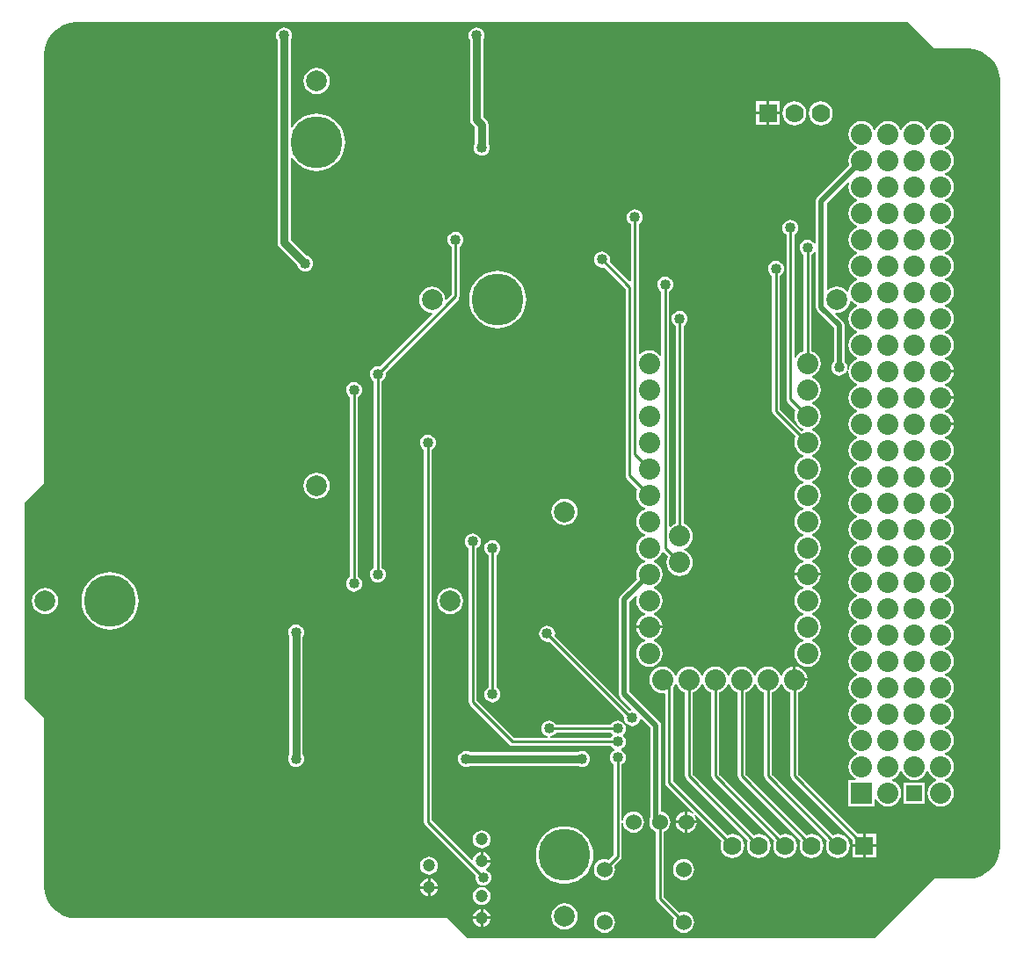
<source format=gbl>
G04 Layer_Physical_Order=2*
G04 Layer_Color=16711680*
%FSLAX25Y25*%
%MOIN*%
G70*
G01*
G75*
%ADD18C,0.01000*%
%ADD19C,0.03000*%
%ADD21C,0.02000*%
%ADD25C,0.06000*%
%ADD26C,0.07000*%
%ADD27R,0.07000X0.07000*%
%ADD28C,0.04724*%
%ADD29C,0.08000*%
%ADD30R,0.08000X0.08000*%
%ADD31R,0.06000X0.06000*%
%ADD32C,0.19685*%
%ADD33C,0.07874*%
%ADD34C,0.04000*%
%ADD35C,0.25000*%
%ADD36C,0.18000*%
G36*
X345000Y337500D02*
X358319D01*
X359944Y337286D01*
X361527Y336862D01*
X363040Y336235D01*
X364459Y335416D01*
X365759Y334418D01*
X366918Y333260D01*
X367916Y331960D01*
X368735Y330540D01*
X369362Y329027D01*
X369786Y327444D01*
X370000Y325819D01*
Y325000D01*
Y35000D01*
Y34181D01*
X369786Y32556D01*
X369362Y30973D01*
X368735Y29460D01*
X367916Y28041D01*
X366918Y26741D01*
X365759Y25582D01*
X364459Y24584D01*
X363040Y23765D01*
X361527Y23138D01*
X359944Y22714D01*
X358319Y22500D01*
X345000D01*
X322500Y0D01*
X167800D01*
X160300Y7500D01*
X19181D01*
X17556Y7714D01*
X15973Y8138D01*
X14459Y8765D01*
X13040Y9584D01*
X11740Y10582D01*
X10582Y11740D01*
X9584Y13040D01*
X8765Y14459D01*
X8138Y15973D01*
X7714Y17556D01*
X7500Y19181D01*
Y20000D01*
Y83400D01*
X0Y90900D01*
Y165000D01*
X7500Y172500D01*
Y335000D01*
Y335819D01*
X7714Y337444D01*
X8138Y339027D01*
X8765Y340541D01*
X9584Y341960D01*
X10582Y343260D01*
X11740Y344418D01*
X13040Y345416D01*
X14459Y346235D01*
X15973Y346862D01*
X17556Y347286D01*
X19181Y347500D01*
X335000D01*
X345000Y337500D01*
D02*
G37*
%LPC*%
G36*
X110827Y330176D02*
X109538Y330007D01*
X108337Y329509D01*
X107306Y328718D01*
X106514Y327687D01*
X106017Y326486D01*
X105847Y325197D01*
X106017Y323908D01*
X106514Y322707D01*
X107306Y321676D01*
X108337Y320884D01*
X109538Y320387D01*
X110827Y320217D01*
X112116Y320387D01*
X113317Y320884D01*
X114348Y321676D01*
X115139Y322707D01*
X115637Y323908D01*
X115806Y325197D01*
X115637Y326486D01*
X115139Y327687D01*
X114348Y328718D01*
X113317Y329509D01*
X112116Y330007D01*
X110827Y330176D01*
D02*
G37*
G36*
X286500Y317500D02*
X282500D01*
Y313500D01*
X286500D01*
Y317500D01*
D02*
G37*
G36*
X281500D02*
X277500D01*
Y313500D01*
X281500D01*
Y317500D01*
D02*
G37*
G36*
X286500Y312500D02*
X282500D01*
Y308500D01*
X286500D01*
Y312500D01*
D02*
G37*
G36*
X281500D02*
X277500D01*
Y308500D01*
X281500D01*
Y312500D01*
D02*
G37*
G36*
X302000Y317539D02*
X300825Y317384D01*
X299731Y316931D01*
X298791Y316210D01*
X298069Y315269D01*
X297616Y314175D01*
X297461Y313000D01*
X297616Y311825D01*
X298069Y310731D01*
X298791Y309791D01*
X299731Y309069D01*
X300825Y308616D01*
X302000Y308461D01*
X303175Y308616D01*
X304269Y309069D01*
X305209Y309791D01*
X305931Y310731D01*
X306384Y311825D01*
X306539Y313000D01*
X306384Y314175D01*
X305931Y315269D01*
X305209Y316210D01*
X304269Y316931D01*
X303175Y317384D01*
X302000Y317539D01*
D02*
G37*
G36*
X292000Y317539D02*
X290825Y317384D01*
X289731Y316931D01*
X288791Y316210D01*
X288069Y315269D01*
X287616Y314175D01*
X287461Y313000D01*
X287616Y311825D01*
X288069Y310731D01*
X288791Y309791D01*
X289731Y309069D01*
X290825Y308616D01*
X292000Y308461D01*
X293175Y308616D01*
X294269Y309069D01*
X295210Y309791D01*
X295931Y310731D01*
X296384Y311825D01*
X296539Y313000D01*
X296384Y314175D01*
X295931Y315269D01*
X295210Y316210D01*
X294269Y316931D01*
X293175Y317384D01*
X292000Y317539D01*
D02*
G37*
G36*
X347500Y310043D02*
X346195Y309871D01*
X344978Y309367D01*
X343934Y308566D01*
X343132Y307522D01*
X342771Y306648D01*
X342229D01*
X341867Y307522D01*
X341066Y308566D01*
X340022Y309367D01*
X338805Y309871D01*
X337500Y310043D01*
X336195Y309871D01*
X334978Y309367D01*
X333934Y308566D01*
X333133Y307522D01*
X332771Y306648D01*
X332229D01*
X331868Y307522D01*
X331066Y308566D01*
X330022Y309367D01*
X328805Y309871D01*
X327500Y310043D01*
X326195Y309871D01*
X324978Y309367D01*
X323934Y308566D01*
X323132Y307522D01*
X322771Y306648D01*
X322229D01*
X321867Y307522D01*
X321066Y308566D01*
X320022Y309367D01*
X318805Y309871D01*
X317500Y310043D01*
X316195Y309871D01*
X314978Y309367D01*
X313934Y308566D01*
X313133Y307522D01*
X312629Y306305D01*
X312457Y305000D01*
X312629Y303695D01*
X313133Y302478D01*
X313934Y301434D01*
X314978Y300633D01*
X315852Y300271D01*
Y299729D01*
X314978Y299367D01*
X313934Y298566D01*
X313133Y297522D01*
X312629Y296305D01*
X312457Y295000D01*
X312629Y293695D01*
X312828Y293212D01*
X300771Y281154D01*
X300329Y280493D01*
X300173Y279713D01*
Y263485D01*
X299673Y263385D01*
X299621Y263513D01*
X299140Y264140D01*
X298513Y264620D01*
X297783Y264923D01*
X297000Y265026D01*
X296217Y264923D01*
X295487Y264620D01*
X294860Y264140D01*
X294379Y263513D01*
X294077Y262783D01*
X293974Y262000D01*
X294077Y261217D01*
X294379Y260487D01*
X294860Y259860D01*
X295471Y259392D01*
Y222779D01*
X294478Y222368D01*
X293434Y221566D01*
X292633Y220522D01*
X292529Y220273D01*
X292029Y220372D01*
Y266892D01*
X292640Y267360D01*
X293121Y267987D01*
X293423Y268717D01*
X293526Y269500D01*
X293423Y270283D01*
X293121Y271013D01*
X292640Y271640D01*
X292013Y272120D01*
X291283Y272423D01*
X290500Y272526D01*
X289717Y272423D01*
X288987Y272120D01*
X288360Y271640D01*
X287879Y271013D01*
X287577Y270283D01*
X287474Y269500D01*
X287577Y268717D01*
X287879Y267987D01*
X288360Y267360D01*
X288971Y266892D01*
Y204500D01*
X289087Y203915D01*
X289419Y203419D01*
X292540Y200297D01*
X292129Y199305D01*
X291957Y198000D01*
X292129Y196695D01*
X292633Y195478D01*
X293434Y194434D01*
X294478Y193632D01*
X295352Y193271D01*
Y192729D01*
X294703Y192460D01*
X286529Y200634D01*
Y251392D01*
X287140Y251860D01*
X287620Y252487D01*
X287923Y253217D01*
X288026Y254000D01*
X287923Y254783D01*
X287620Y255513D01*
X287140Y256140D01*
X286513Y256621D01*
X285783Y256923D01*
X285000Y257026D01*
X284217Y256923D01*
X283487Y256621D01*
X282860Y256140D01*
X282380Y255513D01*
X282077Y254783D01*
X281974Y254000D01*
X282077Y253217D01*
X282380Y252487D01*
X282860Y251860D01*
X283471Y251392D01*
Y200000D01*
X283587Y199415D01*
X283919Y198919D01*
X292540Y190297D01*
X292129Y189305D01*
X291957Y188000D01*
X292129Y186695D01*
X292633Y185478D01*
X293434Y184434D01*
X294478Y183633D01*
X295352Y183271D01*
Y182729D01*
X294478Y182368D01*
X293434Y181566D01*
X292633Y180522D01*
X292129Y179305D01*
X291957Y178000D01*
X292129Y176695D01*
X292633Y175478D01*
X293434Y174434D01*
X294478Y173633D01*
X295352Y173271D01*
Y172729D01*
X294478Y172368D01*
X293434Y171566D01*
X292633Y170522D01*
X292129Y169305D01*
X291957Y168000D01*
X292129Y166695D01*
X292633Y165478D01*
X293434Y164434D01*
X294478Y163633D01*
X295352Y163271D01*
Y162729D01*
X294478Y162367D01*
X293434Y161566D01*
X292633Y160522D01*
X292129Y159305D01*
X291957Y158000D01*
X292129Y156695D01*
X292633Y155478D01*
X293434Y154434D01*
X294478Y153632D01*
X295352Y153271D01*
Y152729D01*
X294478Y152367D01*
X293434Y151566D01*
X292633Y150522D01*
X292129Y149305D01*
X291957Y148000D01*
X292129Y146695D01*
X292633Y145478D01*
X293434Y144434D01*
X294478Y143632D01*
X295352Y143271D01*
Y142729D01*
X294478Y142367D01*
X293434Y141566D01*
X292633Y140522D01*
X292129Y139305D01*
X292023Y138500D01*
X297000D01*
X301977D01*
X301871Y139305D01*
X301367Y140522D01*
X300566Y141566D01*
X299522Y142367D01*
X298648Y142729D01*
Y143271D01*
X299522Y143632D01*
X300566Y144434D01*
X301367Y145478D01*
X301871Y146695D01*
X302043Y148000D01*
X301871Y149305D01*
X301367Y150522D01*
X300566Y151566D01*
X299522Y152367D01*
X298648Y152729D01*
Y153271D01*
X299522Y153632D01*
X300566Y154434D01*
X301367Y155478D01*
X301871Y156695D01*
X302043Y158000D01*
X301871Y159305D01*
X301367Y160522D01*
X300566Y161566D01*
X299522Y162367D01*
X298648Y162729D01*
Y163271D01*
X299522Y163633D01*
X300566Y164434D01*
X301367Y165478D01*
X301871Y166695D01*
X302043Y168000D01*
X301871Y169305D01*
X301367Y170522D01*
X300566Y171566D01*
X299522Y172368D01*
X298648Y172729D01*
Y173271D01*
X299522Y173633D01*
X300566Y174434D01*
X301367Y175478D01*
X301871Y176695D01*
X302043Y178000D01*
X301871Y179305D01*
X301367Y180522D01*
X300566Y181566D01*
X299522Y182368D01*
X298648Y182729D01*
Y183271D01*
X299522Y183633D01*
X300566Y184434D01*
X301367Y185478D01*
X301871Y186695D01*
X302043Y188000D01*
X301871Y189305D01*
X301367Y190522D01*
X300566Y191566D01*
X299522Y192367D01*
X298648Y192729D01*
Y193271D01*
X299522Y193632D01*
X300566Y194434D01*
X301367Y195478D01*
X301871Y196695D01*
X302043Y198000D01*
X301871Y199305D01*
X301367Y200522D01*
X300566Y201566D01*
X299522Y202367D01*
X298648Y202729D01*
Y203271D01*
X299522Y203632D01*
X300566Y204434D01*
X301367Y205478D01*
X301871Y206695D01*
X302043Y208000D01*
X301871Y209305D01*
X301367Y210522D01*
X300566Y211566D01*
X299522Y212368D01*
X298648Y212729D01*
Y213271D01*
X299522Y213632D01*
X300566Y214434D01*
X301367Y215478D01*
X301871Y216695D01*
X302043Y218000D01*
X301871Y219305D01*
X301367Y220522D01*
X300566Y221566D01*
X299522Y222368D01*
X298529Y222779D01*
Y259392D01*
X299140Y259860D01*
X299621Y260487D01*
X299673Y260615D01*
X300173Y260515D01*
Y239287D01*
X300329Y238507D01*
X300771Y237845D01*
X306961Y231655D01*
Y218717D01*
X306860Y218640D01*
X306380Y218013D01*
X306077Y217283D01*
X305974Y216500D01*
X306077Y215717D01*
X306380Y214987D01*
X306860Y214360D01*
X307487Y213879D01*
X308217Y213577D01*
X309000Y213474D01*
X309783Y213577D01*
X310513Y213879D01*
X311140Y214360D01*
X311620Y214987D01*
X311923Y215717D01*
X312026Y216500D01*
X311923Y217283D01*
X311620Y218013D01*
X311140Y218640D01*
X311039Y218717D01*
Y232500D01*
X310884Y233280D01*
X310442Y233942D01*
X307468Y236916D01*
X307689Y237365D01*
X308150Y237304D01*
X309438Y237474D01*
X310639Y237971D01*
X311671Y238762D01*
X312462Y239794D01*
X312960Y240995D01*
X313059Y241753D01*
X313582Y241893D01*
X313934Y241434D01*
X314978Y240633D01*
X315852Y240271D01*
Y239729D01*
X314978Y239368D01*
X313934Y238566D01*
X313133Y237522D01*
X312629Y236305D01*
X312457Y235000D01*
X312629Y233695D01*
X313133Y232478D01*
X313934Y231434D01*
X314978Y230632D01*
X315852Y230271D01*
Y229729D01*
X314978Y229367D01*
X313934Y228566D01*
X313133Y227522D01*
X312629Y226305D01*
X312457Y225000D01*
X312629Y223695D01*
X313133Y222478D01*
X313934Y221434D01*
X314978Y220633D01*
X315852Y220271D01*
Y219729D01*
X314978Y219368D01*
X313934Y218566D01*
X313133Y217522D01*
X312629Y216305D01*
X312457Y215000D01*
X312629Y213695D01*
X313133Y212478D01*
X313934Y211434D01*
X314978Y210632D01*
X315852Y210271D01*
Y209729D01*
X314978Y209367D01*
X313934Y208566D01*
X313133Y207522D01*
X312629Y206305D01*
X312457Y205000D01*
X312629Y203695D01*
X313133Y202478D01*
X313934Y201434D01*
X314978Y200633D01*
X315852Y200271D01*
Y199729D01*
X314978Y199367D01*
X313934Y198566D01*
X313133Y197522D01*
X312629Y196305D01*
X312457Y195000D01*
X312629Y193695D01*
X313133Y192478D01*
X313934Y191434D01*
X314978Y190632D01*
X315852Y190271D01*
Y189729D01*
X314978Y189367D01*
X313934Y188566D01*
X313133Y187522D01*
X312629Y186305D01*
X312457Y185000D01*
X312629Y183695D01*
X313133Y182478D01*
X313934Y181434D01*
X314978Y180632D01*
X315852Y180271D01*
Y179729D01*
X314978Y179367D01*
X313934Y178566D01*
X313133Y177522D01*
X312629Y176305D01*
X312457Y175000D01*
X312629Y173695D01*
X313133Y172478D01*
X313934Y171434D01*
X314978Y170633D01*
X315852Y170271D01*
Y169729D01*
X314978Y169368D01*
X313934Y168566D01*
X313133Y167522D01*
X312629Y166305D01*
X312457Y165000D01*
X312629Y163695D01*
X313133Y162478D01*
X313934Y161434D01*
X314978Y160633D01*
X315852Y160271D01*
Y159729D01*
X314978Y159368D01*
X313934Y158566D01*
X313133Y157522D01*
X312629Y156305D01*
X312457Y155000D01*
X312629Y153695D01*
X313133Y152478D01*
X313934Y151434D01*
X314978Y150633D01*
X315852Y150271D01*
Y149729D01*
X314978Y149367D01*
X313934Y148566D01*
X313133Y147522D01*
X312629Y146305D01*
X312457Y145000D01*
X312629Y143695D01*
X313133Y142478D01*
X313934Y141434D01*
X314978Y140632D01*
X315852Y140271D01*
Y139729D01*
X314978Y139367D01*
X313934Y138566D01*
X313133Y137522D01*
X312629Y136305D01*
X312457Y135000D01*
X312629Y133695D01*
X313133Y132478D01*
X313934Y131434D01*
X314978Y130632D01*
X315852Y130271D01*
Y129729D01*
X314978Y129367D01*
X313934Y128566D01*
X313133Y127522D01*
X312629Y126305D01*
X312457Y125000D01*
X312629Y123695D01*
X313133Y122478D01*
X313934Y121434D01*
X314978Y120633D01*
X315852Y120271D01*
Y119729D01*
X314978Y119368D01*
X313934Y118566D01*
X313133Y117522D01*
X312629Y116305D01*
X312457Y115000D01*
X312629Y113695D01*
X313133Y112478D01*
X313934Y111434D01*
X314978Y110633D01*
X315852Y110271D01*
Y109729D01*
X314978Y109368D01*
X313934Y108566D01*
X313133Y107522D01*
X312629Y106305D01*
X312457Y105000D01*
X312629Y103695D01*
X313133Y102478D01*
X313934Y101434D01*
X314978Y100633D01*
X315852Y100271D01*
Y99729D01*
X314978Y99367D01*
X313934Y98566D01*
X313133Y97522D01*
X312629Y96305D01*
X312457Y95000D01*
X312629Y93695D01*
X313133Y92478D01*
X313934Y91434D01*
X314978Y90632D01*
X315852Y90271D01*
Y89729D01*
X314978Y89368D01*
X313934Y88566D01*
X313133Y87522D01*
X312629Y86305D01*
X312457Y85000D01*
X312629Y83695D01*
X313133Y82478D01*
X313934Y81434D01*
X314978Y80633D01*
X315852Y80271D01*
Y79729D01*
X314978Y79368D01*
X313934Y78566D01*
X313133Y77522D01*
X312629Y76305D01*
X312457Y75000D01*
X312629Y73695D01*
X313133Y72478D01*
X313934Y71434D01*
X314978Y70632D01*
X315852Y70271D01*
Y69729D01*
X314978Y69367D01*
X313934Y68566D01*
X313133Y67522D01*
X312629Y66305D01*
X312457Y65000D01*
X312629Y63695D01*
X313133Y62478D01*
X313934Y61434D01*
X314978Y60632D01*
X315298Y60500D01*
X315199Y60000D01*
X312500D01*
Y50000D01*
X322500D01*
Y52699D01*
X323000Y52798D01*
X323132Y52478D01*
X323934Y51434D01*
X324978Y50633D01*
X326195Y50129D01*
X327500Y49957D01*
X328805Y50129D01*
X330022Y50633D01*
X331066Y51434D01*
X331868Y52478D01*
X332371Y53695D01*
X332543Y55000D01*
X332371Y56305D01*
X331868Y57522D01*
X331066Y58566D01*
X330022Y59368D01*
X329148Y59729D01*
Y60271D01*
X330022Y60632D01*
X331066Y61434D01*
X331868Y62478D01*
X332229Y63352D01*
X332771D01*
X333133Y62478D01*
X333934Y61434D01*
X334978Y60632D01*
X336195Y60129D01*
X337500Y59957D01*
X338805Y60129D01*
X340022Y60632D01*
X341066Y61434D01*
X341867Y62478D01*
X342229Y63352D01*
X342771D01*
X343132Y62478D01*
X343934Y61434D01*
X344978Y60632D01*
X345852Y60271D01*
Y59729D01*
X344978Y59368D01*
X343934Y58566D01*
X343132Y57522D01*
X342629Y56305D01*
X342457Y55000D01*
X342629Y53695D01*
X343132Y52478D01*
X343934Y51434D01*
X344978Y50633D01*
X346195Y50129D01*
X347500Y49957D01*
X348805Y50129D01*
X350022Y50633D01*
X351066Y51434D01*
X351868Y52478D01*
X352371Y53695D01*
X352543Y55000D01*
X352371Y56305D01*
X351868Y57522D01*
X351066Y58566D01*
X350022Y59368D01*
X349148Y59729D01*
Y60271D01*
X350022Y60632D01*
X351066Y61434D01*
X351868Y62478D01*
X352371Y63695D01*
X352543Y65000D01*
X352371Y66305D01*
X351868Y67522D01*
X351066Y68566D01*
X350022Y69367D01*
X349148Y69729D01*
Y70271D01*
X350022Y70632D01*
X351066Y71434D01*
X351868Y72478D01*
X352371Y73695D01*
X352543Y75000D01*
X352371Y76305D01*
X351868Y77522D01*
X351066Y78566D01*
X350022Y79368D01*
X349148Y79729D01*
Y80271D01*
X350022Y80633D01*
X351066Y81434D01*
X351868Y82478D01*
X352371Y83695D01*
X352543Y85000D01*
X352371Y86305D01*
X351868Y87522D01*
X351066Y88566D01*
X350022Y89368D01*
X349148Y89729D01*
Y90271D01*
X350022Y90632D01*
X351066Y91434D01*
X351868Y92478D01*
X352371Y93695D01*
X352543Y95000D01*
X352371Y96305D01*
X351868Y97522D01*
X351066Y98566D01*
X350022Y99367D01*
X349148Y99729D01*
Y100271D01*
X350022Y100633D01*
X351066Y101434D01*
X351868Y102478D01*
X352371Y103695D01*
X352543Y105000D01*
X352371Y106305D01*
X351868Y107522D01*
X351066Y108566D01*
X350022Y109368D01*
X349148Y109729D01*
Y110271D01*
X350022Y110633D01*
X351066Y111434D01*
X351868Y112478D01*
X352371Y113695D01*
X352543Y115000D01*
X352371Y116305D01*
X351868Y117522D01*
X351066Y118566D01*
X350022Y119368D01*
X349148Y119729D01*
Y120271D01*
X350022Y120633D01*
X351066Y121434D01*
X351868Y122478D01*
X352371Y123695D01*
X352543Y125000D01*
X352371Y126305D01*
X351868Y127522D01*
X351066Y128566D01*
X350022Y129367D01*
X349148Y129729D01*
Y130271D01*
X350022Y130632D01*
X351066Y131434D01*
X351868Y132478D01*
X352371Y133695D01*
X352543Y135000D01*
X352371Y136305D01*
X351868Y137522D01*
X351066Y138566D01*
X350022Y139367D01*
X349148Y139729D01*
Y140271D01*
X350022Y140632D01*
X351066Y141434D01*
X351868Y142478D01*
X352371Y143695D01*
X352543Y145000D01*
X352371Y146305D01*
X351868Y147522D01*
X351066Y148566D01*
X350022Y149367D01*
X349148Y149729D01*
Y150271D01*
X350022Y150633D01*
X351066Y151434D01*
X351868Y152478D01*
X352371Y153695D01*
X352543Y155000D01*
X352371Y156305D01*
X351868Y157522D01*
X351066Y158566D01*
X350022Y159368D01*
X349148Y159729D01*
Y160271D01*
X350022Y160633D01*
X351066Y161434D01*
X351868Y162478D01*
X352371Y163695D01*
X352543Y165000D01*
X352371Y166305D01*
X351868Y167522D01*
X351066Y168566D01*
X350022Y169368D01*
X349148Y169729D01*
Y170271D01*
X350022Y170633D01*
X351066Y171434D01*
X351868Y172478D01*
X352371Y173695D01*
X352543Y175000D01*
X352371Y176305D01*
X351868Y177522D01*
X351066Y178566D01*
X350022Y179367D01*
X349148Y179729D01*
Y180271D01*
X350022Y180632D01*
X351066Y181434D01*
X351868Y182478D01*
X352371Y183695D01*
X352543Y185000D01*
X352371Y186305D01*
X351868Y187522D01*
X351066Y188566D01*
X350022Y189367D01*
X349148Y189729D01*
Y190271D01*
X350022Y190632D01*
X351066Y191434D01*
X351868Y192478D01*
X352371Y193695D01*
X352477Y194500D01*
X347500D01*
Y195500D01*
X352477D01*
X352371Y196305D01*
X351868Y197522D01*
X351066Y198566D01*
X350022Y199367D01*
X349148Y199729D01*
Y200271D01*
X350022Y200633D01*
X351066Y201434D01*
X351868Y202478D01*
X352371Y203695D01*
X352477Y204500D01*
X347500D01*
Y205500D01*
X352477D01*
X352371Y206305D01*
X351868Y207522D01*
X351066Y208566D01*
X350022Y209367D01*
X349148Y209729D01*
Y210271D01*
X350022Y210632D01*
X351066Y211434D01*
X351868Y212478D01*
X352371Y213695D01*
X352477Y214500D01*
X347500D01*
Y215500D01*
X352477D01*
X352371Y216305D01*
X351868Y217522D01*
X351066Y218566D01*
X350022Y219368D01*
X349148Y219729D01*
Y220271D01*
X350022Y220633D01*
X351066Y221434D01*
X351868Y222478D01*
X352371Y223695D01*
X352543Y225000D01*
X352371Y226305D01*
X351868Y227522D01*
X351066Y228566D01*
X350022Y229367D01*
X349148Y229729D01*
Y230271D01*
X350022Y230632D01*
X351066Y231434D01*
X351868Y232478D01*
X352371Y233695D01*
X352543Y235000D01*
X352371Y236305D01*
X351868Y237522D01*
X351066Y238566D01*
X350022Y239368D01*
X349148Y239729D01*
Y240271D01*
X350022Y240633D01*
X351066Y241434D01*
X351868Y242478D01*
X352371Y243695D01*
X352543Y245000D01*
X352371Y246305D01*
X351868Y247522D01*
X351066Y248566D01*
X350022Y249367D01*
X349148Y249729D01*
Y250271D01*
X350022Y250633D01*
X351066Y251434D01*
X351868Y252478D01*
X352371Y253695D01*
X352543Y255000D01*
X352371Y256305D01*
X351868Y257522D01*
X351066Y258566D01*
X350022Y259367D01*
X349148Y259729D01*
Y260271D01*
X350022Y260632D01*
X351066Y261434D01*
X351868Y262478D01*
X352371Y263695D01*
X352543Y265000D01*
X352371Y266305D01*
X351868Y267522D01*
X351066Y268566D01*
X350022Y269368D01*
X349148Y269729D01*
Y270271D01*
X350022Y270633D01*
X351066Y271434D01*
X351868Y272478D01*
X352371Y273695D01*
X352543Y275000D01*
X352371Y276305D01*
X351868Y277522D01*
X351066Y278566D01*
X350022Y279367D01*
X349148Y279729D01*
Y280271D01*
X350022Y280632D01*
X351066Y281434D01*
X351868Y282478D01*
X352371Y283695D01*
X352543Y285000D01*
X352371Y286305D01*
X351868Y287522D01*
X351066Y288566D01*
X350022Y289368D01*
X349148Y289729D01*
Y290271D01*
X350022Y290633D01*
X351066Y291434D01*
X351868Y292478D01*
X352371Y293695D01*
X352543Y295000D01*
X352371Y296305D01*
X351868Y297522D01*
X351066Y298566D01*
X350022Y299367D01*
X349148Y299729D01*
Y300271D01*
X350022Y300633D01*
X351066Y301434D01*
X351868Y302478D01*
X352371Y303695D01*
X352543Y305000D01*
X352371Y306305D01*
X351868Y307522D01*
X351066Y308566D01*
X350022Y309367D01*
X348805Y309871D01*
X347500Y310043D01*
D02*
G37*
G36*
X171500Y345526D02*
X170717Y345423D01*
X169987Y345121D01*
X169360Y344640D01*
X168879Y344013D01*
X168577Y343283D01*
X168474Y342500D01*
X168577Y341717D01*
X168879Y340987D01*
X168951Y340894D01*
Y311136D01*
X169001Y310886D01*
X168951Y310636D01*
X169145Y309661D01*
X169698Y308834D01*
X170888Y307643D01*
Y301543D01*
X170817Y301450D01*
X170514Y300720D01*
X170411Y299937D01*
X170514Y299154D01*
X170817Y298424D01*
X171297Y297797D01*
X171924Y297317D01*
X172654Y297014D01*
X173437Y296911D01*
X174220Y297014D01*
X174950Y297317D01*
X175577Y297797D01*
X176058Y298424D01*
X176360Y299154D01*
X176463Y299937D01*
X176360Y300720D01*
X176058Y301450D01*
X175986Y301543D01*
Y308699D01*
X175792Y309675D01*
X175239Y310501D01*
X174049Y311692D01*
Y340894D01*
X174120Y340987D01*
X174423Y341717D01*
X174526Y342500D01*
X174423Y343283D01*
X174120Y344013D01*
X173640Y344640D01*
X173013Y345121D01*
X172283Y345423D01*
X171500Y345526D01*
D02*
G37*
G36*
X98484Y345510D02*
X97701Y345407D01*
X96971Y345105D01*
X96345Y344624D01*
X95864Y343997D01*
X95561Y343267D01*
X95458Y342484D01*
X95561Y341701D01*
X95864Y340971D01*
X95935Y340878D01*
Y264016D01*
X96129Y263040D01*
X96682Y262213D01*
X103562Y255333D01*
X103577Y255217D01*
X103879Y254487D01*
X104360Y253860D01*
X104987Y253380D01*
X105717Y253077D01*
X106500Y252974D01*
X107283Y253077D01*
X108013Y253380D01*
X108640Y253860D01*
X109121Y254487D01*
X109423Y255217D01*
X109526Y256000D01*
X109423Y256783D01*
X109121Y257513D01*
X108640Y258140D01*
X108013Y258621D01*
X107283Y258923D01*
X107167Y258938D01*
X101033Y265072D01*
Y296273D01*
X101533Y296414D01*
X102028Y295607D01*
X103136Y294309D01*
X104434Y293201D01*
X105889Y292309D01*
X107466Y291656D01*
X109125Y291258D01*
X110827Y291124D01*
X112528Y291258D01*
X114188Y291656D01*
X115764Y292309D01*
X117220Y293201D01*
X118517Y294309D01*
X119626Y295607D01*
X120517Y297062D01*
X121170Y298639D01*
X121569Y300299D01*
X121703Y302000D01*
X121569Y303701D01*
X121170Y305361D01*
X120517Y306938D01*
X119626Y308393D01*
X118517Y309690D01*
X117220Y310799D01*
X115764Y311691D01*
X114188Y312344D01*
X112528Y312742D01*
X110827Y312876D01*
X109125Y312742D01*
X107466Y312344D01*
X105889Y311691D01*
X104434Y310799D01*
X103136Y309690D01*
X102028Y308393D01*
X101533Y307586D01*
X101033Y307727D01*
Y340878D01*
X101105Y340971D01*
X101407Y341701D01*
X101510Y342484D01*
X101407Y343267D01*
X101105Y343997D01*
X100624Y344624D01*
X99997Y345105D01*
X99267Y345407D01*
X98484Y345510D01*
D02*
G37*
G36*
X231500Y276526D02*
X230717Y276423D01*
X229987Y276120D01*
X229360Y275640D01*
X228879Y275013D01*
X228577Y274283D01*
X228474Y273500D01*
X228577Y272717D01*
X228879Y271987D01*
X229360Y271360D01*
X229971Y270892D01*
Y249346D01*
X229509Y249154D01*
X221925Y256737D01*
X222026Y257500D01*
X221923Y258283D01*
X221620Y259013D01*
X221140Y259640D01*
X220513Y260121D01*
X219783Y260423D01*
X219000Y260526D01*
X218217Y260423D01*
X217487Y260121D01*
X216860Y259640D01*
X216379Y259013D01*
X216077Y258283D01*
X215974Y257500D01*
X216077Y256717D01*
X216379Y255987D01*
X216860Y255360D01*
X217487Y254879D01*
X218217Y254577D01*
X219000Y254474D01*
X219763Y254574D01*
X227971Y246367D01*
Y175500D01*
X228087Y174915D01*
X228419Y174419D01*
X232540Y170298D01*
X232129Y169305D01*
X231957Y168000D01*
X232129Y166695D01*
X232632Y165478D01*
X233434Y164434D01*
X234478Y163633D01*
X235352Y163271D01*
Y162729D01*
X234478Y162367D01*
X233434Y161566D01*
X232632Y160522D01*
X232129Y159305D01*
X231957Y158000D01*
X232129Y156695D01*
X232632Y155478D01*
X233434Y154434D01*
X234478Y153632D01*
X235352Y153271D01*
Y152729D01*
X234478Y152367D01*
X233434Y151566D01*
X232632Y150522D01*
X232129Y149305D01*
X231957Y148000D01*
X232129Y146695D01*
X232632Y145478D01*
X233434Y144434D01*
X234478Y143632D01*
X235352Y143271D01*
Y142729D01*
X234478Y142367D01*
X233434Y141566D01*
X232632Y140522D01*
X232129Y139305D01*
X231957Y138000D01*
X232129Y136695D01*
X232329Y136212D01*
X226058Y129942D01*
X225616Y129280D01*
X225461Y128500D01*
Y92529D01*
X225616Y91749D01*
X226058Y91087D01*
X230160Y86985D01*
X229988Y86479D01*
X229798Y86434D01*
X229717Y86423D01*
X229667Y86402D01*
X229523Y86368D01*
X201154Y114737D01*
X201254Y115500D01*
X201151Y116283D01*
X200849Y117013D01*
X200368Y117640D01*
X199741Y118121D01*
X199012Y118423D01*
X198228Y118526D01*
X197445Y118423D01*
X196715Y118121D01*
X196089Y117640D01*
X195608Y117013D01*
X195306Y116283D01*
X195203Y115500D01*
X195306Y114717D01*
X195608Y113987D01*
X196089Y113360D01*
X196715Y112880D01*
X197445Y112577D01*
X198228Y112474D01*
X198991Y112575D01*
X227543Y84023D01*
X227474Y83500D01*
X227577Y82717D01*
X227880Y81987D01*
X228360Y81360D01*
X228987Y80879D01*
X229717Y80577D01*
X230500Y80474D01*
X231283Y80577D01*
X232013Y80879D01*
X232640Y81360D01*
X233120Y81987D01*
X233423Y82717D01*
X233457Y82981D01*
X233985Y83160D01*
X237461Y79684D01*
Y45908D01*
X237103Y45044D01*
X236965Y44000D01*
X237103Y42956D01*
X237506Y41983D01*
X238147Y41147D01*
X238983Y40506D01*
X239471Y40304D01*
Y15000D01*
X239587Y14415D01*
X239919Y13919D01*
X246305Y7532D01*
X246103Y7044D01*
X245966Y6000D01*
X246103Y4956D01*
X246506Y3983D01*
X247147Y3147D01*
X247983Y2506D01*
X248956Y2103D01*
X250000Y1966D01*
X251044Y2103D01*
X252017Y2506D01*
X252853Y3147D01*
X253494Y3983D01*
X253897Y4956D01*
X254034Y6000D01*
X253897Y7044D01*
X253494Y8017D01*
X252853Y8853D01*
X252017Y9494D01*
X251044Y9897D01*
X250000Y10035D01*
X248956Y9897D01*
X248468Y9695D01*
X242529Y15633D01*
Y40304D01*
X243017Y40506D01*
X243853Y41147D01*
X244494Y41983D01*
X244897Y42956D01*
X245035Y44000D01*
X244897Y45044D01*
X244494Y46017D01*
X243853Y46853D01*
X243017Y47494D01*
X242044Y47897D01*
X241539Y47964D01*
Y80529D01*
X241384Y81309D01*
X240942Y81971D01*
X229539Y93374D01*
Y127655D01*
X231869Y129985D01*
X232293Y129702D01*
X232129Y129305D01*
X231957Y128000D01*
X232129Y126695D01*
X232632Y125478D01*
X233434Y124434D01*
X234478Y123633D01*
X235352Y123271D01*
Y122729D01*
X234478Y122368D01*
X233434Y121566D01*
X232632Y120522D01*
X232129Y119305D01*
X232023Y118500D01*
X237000D01*
X241977D01*
X241871Y119305D01*
X241368Y120522D01*
X240566Y121566D01*
X239522Y122368D01*
X238648Y122729D01*
Y123271D01*
X239522Y123633D01*
X240566Y124434D01*
X241368Y125478D01*
X241871Y126695D01*
X242043Y128000D01*
X241871Y129305D01*
X241368Y130522D01*
X240566Y131566D01*
X239522Y132368D01*
X238648Y132729D01*
Y133271D01*
X239522Y133633D01*
X240566Y134434D01*
X241368Y135478D01*
X241871Y136695D01*
X242043Y138000D01*
X241871Y139305D01*
X241368Y140522D01*
X240566Y141566D01*
X239522Y142367D01*
X238648Y142729D01*
Y143271D01*
X239522Y143632D01*
X240566Y144434D01*
X241368Y145478D01*
X241744Y146386D01*
X242333Y146504D01*
X244040Y144797D01*
X243629Y143805D01*
X243457Y142500D01*
X243629Y141195D01*
X244132Y139978D01*
X244934Y138934D01*
X245978Y138133D01*
X247195Y137629D01*
X248500Y137457D01*
X249805Y137629D01*
X251022Y138133D01*
X252066Y138934D01*
X252868Y139978D01*
X253371Y141195D01*
X253543Y142500D01*
X253371Y143805D01*
X252868Y145022D01*
X252066Y146066D01*
X251022Y146868D01*
X250148Y147229D01*
Y147771D01*
X251022Y148133D01*
X252066Y148934D01*
X252868Y149978D01*
X253371Y151195D01*
X253543Y152500D01*
X253371Y153805D01*
X252868Y155022D01*
X252066Y156066D01*
X251022Y156868D01*
X250029Y157279D01*
Y232392D01*
X250640Y232860D01*
X251120Y233487D01*
X251423Y234217D01*
X251526Y235000D01*
X251423Y235783D01*
X251120Y236513D01*
X250640Y237140D01*
X250013Y237620D01*
X249283Y237923D01*
X248500Y238026D01*
X247717Y237923D01*
X246987Y237620D01*
X246360Y237140D01*
X245880Y236513D01*
X245577Y235783D01*
X245474Y235000D01*
X245577Y234217D01*
X245880Y233487D01*
X246360Y232860D01*
X246971Y232392D01*
Y157279D01*
X245978Y156868D01*
X245029Y156139D01*
X244529Y156289D01*
Y245392D01*
X245140Y245860D01*
X245620Y246487D01*
X245923Y247217D01*
X246026Y248000D01*
X245923Y248783D01*
X245620Y249513D01*
X245140Y250140D01*
X244513Y250621D01*
X243783Y250923D01*
X243000Y251026D01*
X242217Y250923D01*
X241487Y250621D01*
X240860Y250140D01*
X240380Y249513D01*
X240077Y248783D01*
X239974Y248000D01*
X240077Y247217D01*
X240380Y246487D01*
X240860Y245860D01*
X241471Y245392D01*
Y221209D01*
X240971Y221039D01*
X240566Y221566D01*
X239522Y222368D01*
X238305Y222871D01*
X237000Y223043D01*
X235695Y222871D01*
X234478Y222368D01*
X233529Y221639D01*
X233029Y221789D01*
Y270892D01*
X233640Y271360D01*
X234120Y271987D01*
X234423Y272717D01*
X234526Y273500D01*
X234423Y274283D01*
X234120Y275013D01*
X233640Y275640D01*
X233013Y276120D01*
X232283Y276423D01*
X231500Y276526D01*
D02*
G37*
G36*
X163500Y268026D02*
X162717Y267923D01*
X161987Y267620D01*
X161360Y267140D01*
X160880Y266513D01*
X160577Y265783D01*
X160474Y265000D01*
X160577Y264217D01*
X160880Y263487D01*
X161360Y262860D01*
X161971Y262392D01*
Y244122D01*
X160039Y242190D01*
X159567Y242425D01*
X159416Y243572D01*
X158919Y244773D01*
X158127Y245805D01*
X157096Y246596D01*
X155895Y247093D01*
X154606Y247263D01*
X153317Y247093D01*
X152117Y246596D01*
X151085Y245805D01*
X150294Y244773D01*
X149796Y243572D01*
X149627Y242284D01*
X149796Y240995D01*
X150294Y239794D01*
X151085Y238762D01*
X152117Y237971D01*
X153317Y237474D01*
X154464Y237322D01*
X154700Y236851D01*
X134773Y216924D01*
X134000Y217026D01*
X133217Y216923D01*
X132487Y216620D01*
X131860Y216140D01*
X131379Y215513D01*
X131077Y214783D01*
X130974Y214000D01*
X131077Y213217D01*
X131379Y212487D01*
X131860Y211860D01*
X132471Y211392D01*
Y140608D01*
X131860Y140140D01*
X131379Y139513D01*
X131077Y138783D01*
X130974Y138000D01*
X131077Y137217D01*
X131379Y136487D01*
X131860Y135860D01*
X132487Y135380D01*
X133217Y135077D01*
X134000Y134974D01*
X134783Y135077D01*
X135513Y135380D01*
X136140Y135860D01*
X136620Y136487D01*
X136923Y137217D01*
X137026Y138000D01*
X136923Y138783D01*
X136620Y139513D01*
X136140Y140140D01*
X135529Y140608D01*
Y211392D01*
X136140Y211860D01*
X136620Y212487D01*
X136923Y213217D01*
X137026Y214000D01*
X136927Y214752D01*
X164581Y242407D01*
X164913Y242903D01*
X165029Y243488D01*
Y262392D01*
X165640Y262860D01*
X166121Y263487D01*
X166423Y264217D01*
X166526Y265000D01*
X166423Y265783D01*
X166121Y266513D01*
X165640Y267140D01*
X165013Y267620D01*
X164283Y267923D01*
X163500Y268026D01*
D02*
G37*
G36*
X179500Y253159D02*
X177799Y253026D01*
X176139Y252627D01*
X174562Y251974D01*
X173107Y251082D01*
X171809Y249974D01*
X170701Y248676D01*
X169809Y247221D01*
X169156Y245644D01*
X168758Y243985D01*
X168624Y242284D01*
X168758Y240582D01*
X169156Y238923D01*
X169809Y237346D01*
X170701Y235891D01*
X171809Y234593D01*
X173107Y233485D01*
X174562Y232593D01*
X176139Y231940D01*
X177799Y231541D01*
X179500Y231407D01*
X181201Y231541D01*
X182861Y231940D01*
X184438Y232593D01*
X185893Y233485D01*
X187190Y234593D01*
X188299Y235891D01*
X189191Y237346D01*
X189844Y238923D01*
X190242Y240582D01*
X190376Y242284D01*
X190242Y243985D01*
X189844Y245644D01*
X189191Y247221D01*
X188299Y248676D01*
X187190Y249974D01*
X185893Y251082D01*
X184438Y251974D01*
X182861Y252627D01*
X181201Y253026D01*
X179500Y253159D01*
D02*
G37*
G36*
X110827Y176633D02*
X109538Y176463D01*
X108337Y175966D01*
X107306Y175175D01*
X106514Y174143D01*
X106017Y172942D01*
X105847Y171653D01*
X106017Y170365D01*
X106514Y169164D01*
X107306Y168132D01*
X108337Y167341D01*
X109538Y166844D01*
X110827Y166674D01*
X112116Y166844D01*
X113317Y167341D01*
X114348Y168132D01*
X115139Y169164D01*
X115637Y170365D01*
X115806Y171653D01*
X115637Y172942D01*
X115139Y174143D01*
X114348Y175175D01*
X113317Y175966D01*
X112116Y176463D01*
X110827Y176633D01*
D02*
G37*
G36*
X204842Y166751D02*
X203554Y166582D01*
X202353Y166084D01*
X201321Y165293D01*
X200530Y164261D01*
X200033Y163060D01*
X199863Y161772D01*
X200033Y160483D01*
X200530Y159282D01*
X201321Y158250D01*
X202353Y157459D01*
X203554Y156962D01*
X204842Y156792D01*
X206131Y156962D01*
X207332Y157459D01*
X208364Y158250D01*
X209155Y159282D01*
X209652Y160483D01*
X209822Y161772D01*
X209652Y163060D01*
X209155Y164261D01*
X208364Y165293D01*
X207332Y166084D01*
X206131Y166582D01*
X204842Y166751D01*
D02*
G37*
G36*
X125000Y211026D02*
X124217Y210923D01*
X123487Y210620D01*
X122860Y210140D01*
X122380Y209513D01*
X122077Y208783D01*
X121974Y208000D01*
X122077Y207217D01*
X122380Y206487D01*
X122860Y205860D01*
X123471Y205392D01*
Y137108D01*
X122860Y136640D01*
X122380Y136013D01*
X122077Y135283D01*
X121974Y134500D01*
X122077Y133717D01*
X122380Y132987D01*
X122860Y132360D01*
X123487Y131879D01*
X124217Y131577D01*
X125000Y131474D01*
X125783Y131577D01*
X126513Y131879D01*
X127140Y132360D01*
X127620Y132987D01*
X127923Y133717D01*
X128026Y134500D01*
X127923Y135283D01*
X127620Y136013D01*
X127140Y136640D01*
X126529Y137108D01*
Y205392D01*
X127140Y205860D01*
X127620Y206487D01*
X127923Y207217D01*
X128026Y208000D01*
X127923Y208783D01*
X127620Y209513D01*
X127140Y210140D01*
X126513Y210620D01*
X125783Y210923D01*
X125000Y211026D01*
D02*
G37*
G36*
X161417Y132932D02*
X160128Y132763D01*
X158928Y132265D01*
X157896Y131474D01*
X157105Y130443D01*
X156607Y129242D01*
X156438Y127953D01*
X156607Y126664D01*
X157105Y125463D01*
X157896Y124432D01*
X158928Y123640D01*
X160128Y123143D01*
X161417Y122973D01*
X162706Y123143D01*
X163907Y123640D01*
X164938Y124432D01*
X165730Y125463D01*
X166227Y126664D01*
X166397Y127953D01*
X166227Y129242D01*
X165730Y130443D01*
X164938Y131474D01*
X163907Y132265D01*
X162706Y132763D01*
X161417Y132932D01*
D02*
G37*
G36*
X7874D02*
X6585Y132763D01*
X5384Y132265D01*
X4353Y131474D01*
X3562Y130443D01*
X3064Y129242D01*
X2894Y127953D01*
X3064Y126664D01*
X3562Y125463D01*
X4353Y124432D01*
X5384Y123640D01*
X6585Y123143D01*
X7874Y122973D01*
X9163Y123143D01*
X10364Y123640D01*
X11395Y124432D01*
X12186Y125463D01*
X12684Y126664D01*
X12854Y127953D01*
X12684Y129242D01*
X12186Y130443D01*
X11395Y131474D01*
X10364Y132265D01*
X9163Y132763D01*
X7874Y132932D01*
D02*
G37*
G36*
X32500Y138829D02*
X30799Y138695D01*
X29139Y138296D01*
X27562Y137643D01*
X26107Y136752D01*
X24810Y135643D01*
X23701Y134346D01*
X22809Y132890D01*
X22156Y131314D01*
X21758Y129654D01*
X21624Y127953D01*
X21758Y126251D01*
X22156Y124592D01*
X22809Y123015D01*
X23701Y121560D01*
X24810Y120262D01*
X26107Y119154D01*
X27562Y118262D01*
X29139Y117609D01*
X30799Y117211D01*
X32500Y117077D01*
X34201Y117211D01*
X35861Y117609D01*
X37438Y118262D01*
X38893Y119154D01*
X40191Y120262D01*
X41299Y121560D01*
X42191Y123015D01*
X42844Y124592D01*
X43242Y126251D01*
X43376Y127953D01*
X43242Y129654D01*
X42844Y131314D01*
X42191Y132890D01*
X41299Y134346D01*
X40191Y135643D01*
X38893Y136752D01*
X37438Y137643D01*
X35861Y138296D01*
X34201Y138695D01*
X32500Y138829D01*
D02*
G37*
G36*
X301977Y137500D02*
X297000D01*
X292023D01*
X292129Y136695D01*
X292633Y135478D01*
X293434Y134434D01*
X294478Y133633D01*
X295352Y133271D01*
Y132729D01*
X294478Y132368D01*
X293434Y131566D01*
X292633Y130522D01*
X292129Y129305D01*
X291957Y128000D01*
X292129Y126695D01*
X292633Y125478D01*
X293434Y124434D01*
X294478Y123633D01*
X295352Y123271D01*
Y122729D01*
X294478Y122368D01*
X293434Y121566D01*
X292633Y120522D01*
X292129Y119305D01*
X291957Y118000D01*
X292129Y116695D01*
X292633Y115478D01*
X293434Y114434D01*
X294478Y113633D01*
X295352Y113271D01*
Y112729D01*
X294478Y112367D01*
X293434Y111566D01*
X292633Y110522D01*
X292129Y109305D01*
X291957Y108000D01*
X292129Y106695D01*
X292633Y105478D01*
X293434Y104434D01*
X294478Y103632D01*
X295695Y103129D01*
X297000Y102957D01*
X298305Y103129D01*
X299522Y103632D01*
X300566Y104434D01*
X301367Y105478D01*
X301871Y106695D01*
X302043Y108000D01*
X301871Y109305D01*
X301367Y110522D01*
X300566Y111566D01*
X299522Y112367D01*
X298648Y112729D01*
Y113271D01*
X299522Y113633D01*
X300566Y114434D01*
X301367Y115478D01*
X301871Y116695D01*
X302043Y118000D01*
X301871Y119305D01*
X301367Y120522D01*
X300566Y121566D01*
X299522Y122368D01*
X298648Y122729D01*
Y123271D01*
X299522Y123633D01*
X300566Y124434D01*
X301367Y125478D01*
X301871Y126695D01*
X302043Y128000D01*
X301871Y129305D01*
X301367Y130522D01*
X300566Y131566D01*
X299522Y132368D01*
X298648Y132729D01*
Y133271D01*
X299522Y133633D01*
X300566Y134434D01*
X301367Y135478D01*
X301871Y136695D01*
X301977Y137500D01*
D02*
G37*
G36*
X241977Y117500D02*
X237000D01*
X232023D01*
X232129Y116695D01*
X232632Y115478D01*
X233434Y114434D01*
X234478Y113633D01*
X235352Y113271D01*
Y112729D01*
X234478Y112367D01*
X233434Y111566D01*
X232632Y110522D01*
X232129Y109305D01*
X231957Y108000D01*
X232129Y106695D01*
X232632Y105478D01*
X233434Y104434D01*
X234478Y103632D01*
X235695Y103129D01*
X237000Y102957D01*
X238305Y103129D01*
X239522Y103632D01*
X240566Y104434D01*
X241368Y105478D01*
X241871Y106695D01*
X242043Y108000D01*
X241871Y109305D01*
X241368Y110522D01*
X240566Y111566D01*
X239522Y112367D01*
X238648Y112729D01*
Y113271D01*
X239522Y113633D01*
X240566Y114434D01*
X241368Y115478D01*
X241871Y116695D01*
X241977Y117500D01*
D02*
G37*
G36*
X282000Y103043D02*
X280695Y102871D01*
X279478Y102367D01*
X278434Y101566D01*
X277632Y100522D01*
X277271Y99648D01*
X276729D01*
X276367Y100522D01*
X275566Y101566D01*
X274522Y102367D01*
X273305Y102871D01*
X272000Y103043D01*
X270695Y102871D01*
X269478Y102367D01*
X268434Y101566D01*
X267633Y100522D01*
X267271Y99648D01*
X266729D01*
X266368Y100522D01*
X265566Y101566D01*
X264522Y102367D01*
X263305Y102871D01*
X262000Y103043D01*
X260695Y102871D01*
X259478Y102367D01*
X258434Y101566D01*
X257632Y100522D01*
X257271Y99648D01*
X256729D01*
X256367Y100522D01*
X255566Y101566D01*
X254522Y102367D01*
X253305Y102871D01*
X252000Y103043D01*
X250695Y102871D01*
X249478Y102367D01*
X248434Y101566D01*
X247633Y100522D01*
X247271Y99648D01*
X246729D01*
X246368Y100522D01*
X245566Y101566D01*
X244522Y102367D01*
X243305Y102871D01*
X242000Y103043D01*
X240695Y102871D01*
X239478Y102367D01*
X238434Y101566D01*
X237632Y100522D01*
X237129Y99305D01*
X236957Y98000D01*
X237129Y96695D01*
X237632Y95478D01*
X238434Y94434D01*
X239478Y93633D01*
X240695Y93129D01*
X242000Y92957D01*
X242595Y93035D01*
X242971Y92706D01*
Y59000D01*
X243087Y58415D01*
X243419Y57918D01*
X253857Y47480D01*
X253527Y47103D01*
X253017Y47494D01*
X252044Y47897D01*
X251500Y47969D01*
Y44500D01*
X254969D01*
X254897Y45044D01*
X254494Y46017D01*
X254103Y46527D01*
X254480Y46857D01*
X264422Y36915D01*
X264116Y36175D01*
X263961Y35000D01*
X264116Y33825D01*
X264569Y32730D01*
X265290Y31791D01*
X266231Y31069D01*
X267325Y30616D01*
X268500Y30461D01*
X269675Y30616D01*
X270769Y31069D01*
X271709Y31791D01*
X272431Y32730D01*
X272884Y33825D01*
X273039Y35000D01*
X272884Y36175D01*
X272431Y37269D01*
X271709Y38209D01*
X270769Y38931D01*
X269675Y39384D01*
X268500Y39539D01*
X267325Y39384D01*
X266585Y39078D01*
X246029Y59633D01*
Y95038D01*
X246368Y95478D01*
X246729Y96352D01*
X247271D01*
X247633Y95478D01*
X248434Y94434D01*
X249478Y93633D01*
X250471Y93221D01*
Y61500D01*
X250587Y60915D01*
X250919Y60418D01*
X274422Y36915D01*
X274116Y36175D01*
X273961Y35000D01*
X274116Y33825D01*
X274569Y32730D01*
X275290Y31791D01*
X276231Y31069D01*
X277325Y30616D01*
X278500Y30461D01*
X279675Y30616D01*
X280769Y31069D01*
X281709Y31791D01*
X282431Y32730D01*
X282884Y33825D01*
X283039Y35000D01*
X282884Y36175D01*
X282431Y37269D01*
X281709Y38209D01*
X280769Y38931D01*
X279675Y39384D01*
X278500Y39539D01*
X277325Y39384D01*
X276585Y39078D01*
X253529Y62133D01*
Y93221D01*
X254522Y93633D01*
X255566Y94434D01*
X256367Y95478D01*
X256729Y96352D01*
X257271D01*
X257632Y95478D01*
X258434Y94434D01*
X259478Y93633D01*
X260471Y93221D01*
Y61500D01*
X260587Y60915D01*
X260919Y60418D01*
X284422Y36915D01*
X284116Y36175D01*
X283961Y35000D01*
X284116Y33825D01*
X284569Y32730D01*
X285291Y31791D01*
X286230Y31069D01*
X287325Y30616D01*
X288500Y30461D01*
X289675Y30616D01*
X290769Y31069D01*
X291709Y31791D01*
X292431Y32730D01*
X292884Y33825D01*
X293039Y35000D01*
X292884Y36175D01*
X292431Y37269D01*
X291709Y38209D01*
X290769Y38931D01*
X289675Y39384D01*
X288500Y39539D01*
X287325Y39384D01*
X286585Y39078D01*
X263529Y62133D01*
Y93221D01*
X264522Y93633D01*
X265566Y94434D01*
X266368Y95478D01*
X266729Y96352D01*
X267271D01*
X267633Y95478D01*
X268434Y94434D01*
X269478Y93633D01*
X270471Y93221D01*
Y61500D01*
X270587Y60915D01*
X270919Y60418D01*
X294422Y36915D01*
X294116Y36175D01*
X293961Y35000D01*
X294116Y33825D01*
X294569Y32730D01*
X295290Y31791D01*
X296231Y31069D01*
X297325Y30616D01*
X298500Y30461D01*
X299675Y30616D01*
X300769Y31069D01*
X301709Y31791D01*
X302431Y32730D01*
X302884Y33825D01*
X303039Y35000D01*
X302884Y36175D01*
X302431Y37269D01*
X301709Y38209D01*
X300769Y38931D01*
X299675Y39384D01*
X298500Y39539D01*
X297325Y39384D01*
X296585Y39078D01*
X273529Y62133D01*
Y93221D01*
X274522Y93633D01*
X275566Y94434D01*
X276367Y95478D01*
X276729Y96352D01*
X277271D01*
X277632Y95478D01*
X278434Y94434D01*
X279478Y93633D01*
X280471Y93221D01*
Y61500D01*
X280587Y60915D01*
X280919Y60418D01*
X304422Y36915D01*
X304116Y36175D01*
X303961Y35000D01*
X304116Y33825D01*
X304569Y32731D01*
X305291Y31791D01*
X306231Y31069D01*
X307325Y30616D01*
X308500Y30461D01*
X309675Y30616D01*
X310769Y31069D01*
X311709Y31791D01*
X312431Y32731D01*
X312884Y33825D01*
X313039Y35000D01*
X312884Y36175D01*
X312431Y37269D01*
X311709Y38209D01*
X310769Y38931D01*
X309675Y39384D01*
X308500Y39539D01*
X307325Y39384D01*
X306585Y39078D01*
X283529Y62134D01*
Y93221D01*
X284522Y93633D01*
X285566Y94434D01*
X286368Y95478D01*
X286729Y96352D01*
X287271D01*
X287632Y95478D01*
X288434Y94434D01*
X289478Y93633D01*
X290471Y93221D01*
Y61500D01*
X290587Y60915D01*
X290919Y60419D01*
X314000Y37337D01*
Y35500D01*
X318000D01*
Y39500D01*
X316163D01*
X293529Y62134D01*
Y93221D01*
X294522Y93633D01*
X295566Y94434D01*
X296368Y95478D01*
X296871Y96695D01*
X296977Y97500D01*
X292000D01*
Y98000D01*
X291500D01*
Y102977D01*
X290695Y102871D01*
X289478Y102367D01*
X288434Y101566D01*
X287632Y100522D01*
X287271Y99648D01*
X286729D01*
X286368Y100522D01*
X285566Y101566D01*
X284522Y102367D01*
X283305Y102871D01*
X282000Y103043D01*
D02*
G37*
G36*
X292500Y102977D02*
Y98500D01*
X296977D01*
X296871Y99305D01*
X296368Y100522D01*
X295566Y101566D01*
X294522Y102367D01*
X293305Y102871D01*
X292500Y102977D01*
D02*
G37*
G36*
X177500Y151026D02*
X176717Y150923D01*
X175987Y150620D01*
X175360Y150140D01*
X174880Y149513D01*
X174577Y148783D01*
X174474Y148000D01*
X174577Y147217D01*
X174880Y146487D01*
X175360Y145860D01*
X175971Y145392D01*
Y95108D01*
X175360Y94640D01*
X174880Y94013D01*
X174577Y93283D01*
X174474Y92500D01*
X174577Y91717D01*
X174880Y90987D01*
X175360Y90360D01*
X175987Y89880D01*
X176717Y89577D01*
X177500Y89474D01*
X178283Y89577D01*
X179013Y89880D01*
X179640Y90360D01*
X180121Y90987D01*
X180423Y91717D01*
X180526Y92500D01*
X180423Y93283D01*
X180121Y94013D01*
X179640Y94640D01*
X179029Y95108D01*
Y145392D01*
X179640Y145860D01*
X180121Y146487D01*
X180423Y147217D01*
X180526Y148000D01*
X180423Y148783D01*
X180121Y149513D01*
X179640Y150140D01*
X179013Y150620D01*
X178283Y150923D01*
X177500Y151026D01*
D02*
G37*
G36*
X211500Y71026D02*
X210717Y70923D01*
X209987Y70621D01*
X209894Y70549D01*
X169106D01*
X169013Y70621D01*
X168283Y70923D01*
X167500Y71026D01*
X166717Y70923D01*
X165987Y70621D01*
X165360Y70140D01*
X164880Y69513D01*
X164577Y68783D01*
X164474Y68000D01*
X164577Y67217D01*
X164880Y66487D01*
X165360Y65860D01*
X165987Y65380D01*
X166717Y65077D01*
X167500Y64974D01*
X168283Y65077D01*
X169013Y65380D01*
X169106Y65451D01*
X209894D01*
X209987Y65380D01*
X210717Y65077D01*
X211500Y64974D01*
X212283Y65077D01*
X213013Y65380D01*
X213640Y65860D01*
X214121Y66487D01*
X214423Y67217D01*
X214526Y68000D01*
X214423Y68783D01*
X214121Y69513D01*
X213640Y70140D01*
X213013Y70621D01*
X212283Y70923D01*
X211500Y71026D01*
D02*
G37*
G36*
X103000Y119026D02*
X102217Y118923D01*
X101487Y118621D01*
X100860Y118140D01*
X100380Y117513D01*
X100077Y116783D01*
X99974Y116000D01*
X100077Y115217D01*
X100380Y114487D01*
X100451Y114394D01*
Y69606D01*
X100380Y69513D01*
X100077Y68783D01*
X99974Y68000D01*
X100077Y67217D01*
X100380Y66487D01*
X100860Y65860D01*
X101487Y65380D01*
X102217Y65077D01*
X103000Y64974D01*
X103783Y65077D01*
X104513Y65380D01*
X105140Y65860D01*
X105621Y66487D01*
X105923Y67217D01*
X106026Y68000D01*
X105923Y68783D01*
X105621Y69513D01*
X105549Y69606D01*
Y114394D01*
X105621Y114487D01*
X105923Y115217D01*
X106026Y116000D01*
X105923Y116783D01*
X105621Y117513D01*
X105140Y118140D01*
X104513Y118621D01*
X103783Y118923D01*
X103000Y119026D01*
D02*
G37*
G36*
X341500Y59000D02*
X333500D01*
Y51000D01*
X341500D01*
Y59000D01*
D02*
G37*
G36*
X250500Y47969D02*
X249956Y47897D01*
X248983Y47494D01*
X248147Y46853D01*
X247506Y46017D01*
X247103Y45044D01*
X247031Y44500D01*
X250500D01*
Y47969D01*
D02*
G37*
G36*
X254969Y43500D02*
X251500D01*
Y40031D01*
X252044Y40103D01*
X253017Y40506D01*
X253853Y41147D01*
X254494Y41983D01*
X254897Y42956D01*
X254969Y43500D01*
D02*
G37*
G36*
X250500D02*
X247031D01*
X247103Y42956D01*
X247506Y41983D01*
X248147Y41147D01*
X248983Y40506D01*
X249956Y40103D01*
X250500Y40031D01*
Y43500D01*
D02*
G37*
G36*
X170000Y153526D02*
X169217Y153423D01*
X168487Y153121D01*
X167860Y152640D01*
X167379Y152013D01*
X167077Y151283D01*
X166974Y150500D01*
X167077Y149717D01*
X167379Y148987D01*
X167860Y148360D01*
X168471Y147892D01*
Y89500D01*
X168587Y88915D01*
X168919Y88419D01*
X183919Y73419D01*
X184415Y73087D01*
X185000Y72971D01*
X222392D01*
X222860Y72360D01*
X223487Y71880D01*
X223750Y71771D01*
Y71229D01*
X223487Y71121D01*
X222860Y70640D01*
X222379Y70013D01*
X222077Y69283D01*
X221974Y68500D01*
X222077Y67717D01*
X222379Y66987D01*
X222860Y66360D01*
X223471Y65892D01*
Y31633D01*
X221532Y29695D01*
X221044Y29897D01*
X220000Y30035D01*
X218956Y29897D01*
X217983Y29494D01*
X217147Y28853D01*
X216506Y28017D01*
X216103Y27044D01*
X215966Y26000D01*
X216103Y24956D01*
X216506Y23983D01*
X217147Y23147D01*
X217983Y22506D01*
X218956Y22103D01*
X220000Y21966D01*
X221044Y22103D01*
X222017Y22506D01*
X222853Y23147D01*
X223494Y23983D01*
X223897Y24956D01*
X224035Y26000D01*
X223897Y27044D01*
X223695Y27532D01*
X226081Y29919D01*
X226413Y30415D01*
X226529Y31000D01*
Y43482D01*
X227029Y43514D01*
X227103Y42956D01*
X227506Y41983D01*
X228147Y41147D01*
X228983Y40506D01*
X229956Y40103D01*
X231000Y39966D01*
X232044Y40103D01*
X233017Y40506D01*
X233853Y41147D01*
X234494Y41983D01*
X234897Y42956D01*
X235034Y44000D01*
X234897Y45044D01*
X234494Y46017D01*
X233853Y46853D01*
X233017Y47494D01*
X232044Y47897D01*
X231000Y48035D01*
X229956Y47897D01*
X228983Y47494D01*
X228147Y46853D01*
X227506Y46017D01*
X227103Y45044D01*
X227029Y44486D01*
X226529Y44518D01*
Y65892D01*
X227140Y66360D01*
X227621Y66987D01*
X227923Y67717D01*
X228026Y68500D01*
X227923Y69283D01*
X227621Y70013D01*
X227140Y70640D01*
X226513Y71121D01*
X226250Y71229D01*
Y71771D01*
X226513Y71880D01*
X227140Y72360D01*
X227621Y72987D01*
X227923Y73717D01*
X228026Y74500D01*
X227923Y75283D01*
X227621Y76013D01*
X227140Y76640D01*
X226996Y76750D01*
Y77250D01*
X227140Y77360D01*
X227621Y77987D01*
X227923Y78717D01*
X228026Y79500D01*
X227923Y80283D01*
X227621Y81013D01*
X227140Y81640D01*
X226513Y82121D01*
X225783Y82423D01*
X225000Y82526D01*
X224217Y82423D01*
X223487Y82121D01*
X222860Y81640D01*
X222392Y81029D01*
X201608D01*
X201140Y81640D01*
X200513Y82121D01*
X199783Y82423D01*
X199000Y82526D01*
X198217Y82423D01*
X197487Y82121D01*
X196860Y81640D01*
X196379Y81013D01*
X196077Y80283D01*
X195974Y79500D01*
X196077Y78717D01*
X196379Y77987D01*
X196860Y77360D01*
X197487Y76880D01*
X198217Y76577D01*
X198580Y76529D01*
X198547Y76029D01*
X185634D01*
X171529Y90134D01*
Y147892D01*
X172140Y148360D01*
X172620Y148987D01*
X172923Y149717D01*
X173026Y150500D01*
X172923Y151283D01*
X172620Y152013D01*
X172140Y152640D01*
X171513Y153121D01*
X170783Y153423D01*
X170000Y153526D01*
D02*
G37*
G36*
X323000Y39500D02*
X319000D01*
Y35500D01*
X323000D01*
Y39500D01*
D02*
G37*
G36*
X173500Y40891D02*
X172622Y40776D01*
X171804Y40437D01*
X171102Y39898D01*
X170563Y39196D01*
X170224Y38378D01*
X170109Y37500D01*
X170224Y36622D01*
X170563Y35804D01*
X171102Y35102D01*
X171804Y34563D01*
X172622Y34224D01*
X173500Y34109D01*
X174378Y34224D01*
X175196Y34563D01*
X175898Y35102D01*
X176437Y35804D01*
X176776Y36622D01*
X176891Y37500D01*
X176776Y38378D01*
X176437Y39196D01*
X175898Y39898D01*
X175196Y40437D01*
X174378Y40776D01*
X173500Y40891D01*
D02*
G37*
G36*
X323000Y34500D02*
X319000D01*
Y30500D01*
X323000D01*
Y34500D01*
D02*
G37*
G36*
X318000D02*
X314000D01*
Y30500D01*
X318000D01*
Y34500D01*
D02*
G37*
G36*
X174000Y32558D02*
Y29732D01*
X176825D01*
X176776Y30110D01*
X176437Y30928D01*
X175898Y31630D01*
X175196Y32169D01*
X174378Y32508D01*
X174000Y32558D01*
D02*
G37*
G36*
X153500Y30891D02*
X152622Y30776D01*
X151804Y30437D01*
X151102Y29898D01*
X150563Y29196D01*
X150224Y28378D01*
X150109Y27500D01*
X150224Y26622D01*
X150563Y25804D01*
X151102Y25102D01*
X151804Y24563D01*
X152622Y24224D01*
X153500Y24109D01*
X154378Y24224D01*
X155196Y24563D01*
X155898Y25102D01*
X156437Y25804D01*
X156776Y26622D01*
X156891Y27500D01*
X156776Y28378D01*
X156437Y29196D01*
X155898Y29898D01*
X155196Y30437D01*
X154378Y30776D01*
X153500Y30891D01*
D02*
G37*
G36*
X250000Y30035D02*
X248956Y29897D01*
X247983Y29494D01*
X247147Y28853D01*
X246506Y28017D01*
X246103Y27044D01*
X245966Y26000D01*
X246103Y24956D01*
X246506Y23983D01*
X247147Y23147D01*
X247983Y22506D01*
X248956Y22103D01*
X250000Y21966D01*
X251044Y22103D01*
X252017Y22506D01*
X252853Y23147D01*
X253494Y23983D01*
X253897Y24956D01*
X254034Y26000D01*
X253897Y27044D01*
X253494Y28017D01*
X252853Y28853D01*
X252017Y29494D01*
X251044Y29897D01*
X250000Y30035D01*
D02*
G37*
G36*
X204842Y42372D02*
X203141Y42238D01*
X201482Y41840D01*
X199905Y41187D01*
X198450Y40295D01*
X197152Y39187D01*
X196044Y37889D01*
X195152Y36434D01*
X194499Y34857D01*
X194100Y33197D01*
X193966Y31496D01*
X194100Y29795D01*
X194499Y28135D01*
X195152Y26558D01*
X196044Y25103D01*
X197152Y23806D01*
X198450Y22697D01*
X199905Y21805D01*
X201482Y21152D01*
X203141Y20754D01*
X204842Y20620D01*
X206544Y20754D01*
X208203Y21152D01*
X209780Y21805D01*
X211235Y22697D01*
X212533Y23806D01*
X213641Y25103D01*
X214533Y26558D01*
X215186Y28135D01*
X215585Y29795D01*
X215719Y31496D01*
X215585Y33197D01*
X215186Y34857D01*
X214533Y36434D01*
X213641Y37889D01*
X212533Y39187D01*
X211235Y40295D01*
X209780Y41187D01*
X208203Y41840D01*
X206544Y42238D01*
X204842Y42372D01*
D02*
G37*
G36*
X153000Y191026D02*
X152217Y190923D01*
X151487Y190621D01*
X150860Y190140D01*
X150380Y189513D01*
X150077Y188783D01*
X149974Y188000D01*
X150077Y187217D01*
X150380Y186487D01*
X150860Y185860D01*
X151471Y185392D01*
Y44000D01*
X151587Y43415D01*
X151919Y42919D01*
X171074Y23763D01*
X170974Y23000D01*
X171077Y22217D01*
X171379Y21487D01*
X171860Y20860D01*
X172487Y20380D01*
X173217Y20077D01*
X174000Y19974D01*
X174783Y20077D01*
X175513Y20380D01*
X176140Y20860D01*
X176620Y21487D01*
X176923Y22217D01*
X177026Y23000D01*
X176923Y23783D01*
X176620Y24513D01*
X176140Y25140D01*
X175513Y25620D01*
X175193Y25753D01*
Y26294D01*
X175196Y26295D01*
X175898Y26834D01*
X176437Y27537D01*
X176776Y28355D01*
X176825Y28732D01*
X173500D01*
Y29232D01*
X173000D01*
Y32558D01*
X172622Y32508D01*
X171804Y32169D01*
X171102Y31630D01*
X170563Y30928D01*
X170224Y30110D01*
X170170Y29700D01*
X169642Y29520D01*
X154529Y44633D01*
Y185392D01*
X155140Y185860D01*
X155621Y186487D01*
X155923Y187217D01*
X156026Y188000D01*
X155923Y188783D01*
X155621Y189513D01*
X155140Y190140D01*
X154513Y190621D01*
X153783Y190923D01*
X153000Y191026D01*
D02*
G37*
G36*
X154000Y22558D02*
Y19732D01*
X156825D01*
X156776Y20110D01*
X156437Y20928D01*
X155898Y21630D01*
X155196Y22169D01*
X154378Y22508D01*
X154000Y22558D01*
D02*
G37*
G36*
X153000D02*
X152622Y22508D01*
X151804Y22169D01*
X151102Y21630D01*
X150563Y20928D01*
X150224Y20110D01*
X150175Y19732D01*
X153000D01*
Y22558D01*
D02*
G37*
G36*
X156825Y18732D02*
X154000D01*
Y15907D01*
X154378Y15957D01*
X155196Y16295D01*
X155898Y16834D01*
X156437Y17537D01*
X156776Y18355D01*
X156825Y18732D01*
D02*
G37*
G36*
X153000D02*
X150175D01*
X150224Y18355D01*
X150563Y17537D01*
X151102Y16834D01*
X151804Y16295D01*
X152622Y15957D01*
X153000Y15907D01*
Y18732D01*
D02*
G37*
G36*
X173500Y19391D02*
X172622Y19276D01*
X171804Y18937D01*
X171102Y18398D01*
X170563Y17696D01*
X170224Y16878D01*
X170109Y16000D01*
X170224Y15122D01*
X170563Y14304D01*
X171102Y13602D01*
X171804Y13063D01*
X172622Y12724D01*
X173500Y12609D01*
X174378Y12724D01*
X175196Y13063D01*
X175898Y13602D01*
X176437Y14304D01*
X176776Y15122D01*
X176891Y16000D01*
X176776Y16878D01*
X176437Y17696D01*
X175898Y18398D01*
X175196Y18937D01*
X174378Y19276D01*
X173500Y19391D01*
D02*
G37*
G36*
X174000Y11058D02*
Y8232D01*
X176825D01*
X176776Y8610D01*
X176437Y9428D01*
X175898Y10130D01*
X175196Y10669D01*
X174378Y11008D01*
X174000Y11058D01*
D02*
G37*
G36*
X173000D02*
X172622Y11008D01*
X171804Y10669D01*
X171102Y10130D01*
X170563Y9428D01*
X170224Y8610D01*
X170175Y8232D01*
X173000D01*
Y11058D01*
D02*
G37*
G36*
X176825Y7232D02*
X174000D01*
Y4407D01*
X174378Y4457D01*
X175196Y4795D01*
X175898Y5334D01*
X176437Y6037D01*
X176776Y6855D01*
X176825Y7232D01*
D02*
G37*
G36*
X173000D02*
X170175D01*
X170224Y6855D01*
X170563Y6037D01*
X171102Y5334D01*
X171804Y4795D01*
X172622Y4457D01*
X173000Y4407D01*
Y7232D01*
D02*
G37*
G36*
X204842Y13208D02*
X203554Y13038D01*
X202353Y12541D01*
X201321Y11750D01*
X200530Y10718D01*
X200033Y9517D01*
X199863Y8228D01*
X200033Y6939D01*
X200530Y5739D01*
X201321Y4707D01*
X202353Y3916D01*
X203554Y3418D01*
X204842Y3249D01*
X206131Y3418D01*
X207332Y3916D01*
X208364Y4707D01*
X209155Y5739D01*
X209652Y6939D01*
X209822Y8228D01*
X209652Y9517D01*
X209155Y10718D01*
X208364Y11750D01*
X207332Y12541D01*
X206131Y13038D01*
X204842Y13208D01*
D02*
G37*
G36*
X220000Y10035D02*
X218956Y9897D01*
X217983Y9494D01*
X217147Y8853D01*
X216506Y8017D01*
X216103Y7044D01*
X215966Y6000D01*
X216103Y4956D01*
X216506Y3983D01*
X217147Y3147D01*
X217983Y2506D01*
X218956Y2103D01*
X220000Y1966D01*
X221044Y2103D01*
X222017Y2506D01*
X222853Y3147D01*
X223494Y3983D01*
X223897Y4956D01*
X224035Y6000D01*
X223897Y7044D01*
X223494Y8017D01*
X222853Y8853D01*
X222017Y9494D01*
X221044Y9897D01*
X220000Y10035D01*
D02*
G37*
%LPD*%
G36*
X312793Y286702D02*
X312629Y286305D01*
X312457Y285000D01*
X312629Y283695D01*
X313133Y282478D01*
X313934Y281434D01*
X314978Y280632D01*
X315852Y280271D01*
Y279729D01*
X314978Y279367D01*
X313934Y278566D01*
X313133Y277522D01*
X312629Y276305D01*
X312457Y275000D01*
X312629Y273695D01*
X313133Y272478D01*
X313934Y271434D01*
X314978Y270633D01*
X315852Y270271D01*
Y269729D01*
X314978Y269368D01*
X313934Y268566D01*
X313133Y267522D01*
X312629Y266305D01*
X312457Y265000D01*
X312629Y263695D01*
X313133Y262478D01*
X313934Y261434D01*
X314978Y260632D01*
X315852Y260271D01*
Y259729D01*
X314978Y259367D01*
X313934Y258566D01*
X313133Y257522D01*
X312629Y256305D01*
X312457Y255000D01*
X312629Y253695D01*
X313133Y252478D01*
X313934Y251434D01*
X314978Y250633D01*
X315852Y250271D01*
Y249729D01*
X314978Y249367D01*
X313934Y248566D01*
X313133Y247522D01*
X312629Y246305D01*
X312524Y245513D01*
X312002Y245373D01*
X311671Y245805D01*
X310639Y246596D01*
X309438Y247093D01*
X308150Y247263D01*
X306861Y247093D01*
X305660Y246596D01*
X304752Y245899D01*
X304252Y246076D01*
Y278868D01*
X312369Y286985D01*
X312793Y286702D01*
D02*
G37*
G36*
X222860Y77360D02*
X223004Y77250D01*
Y76750D01*
X222860Y76640D01*
X222392Y76029D01*
X199453D01*
X199420Y76529D01*
X199783Y76577D01*
X200513Y76880D01*
X201140Y77360D01*
X201608Y77971D01*
X222392D01*
X222860Y77360D01*
D02*
G37*
D18*
X252000Y61500D02*
X278500Y35000D01*
X252000Y61500D02*
Y98000D01*
X262000Y61500D02*
Y98000D01*
Y61500D02*
X288500Y35000D01*
X272000Y61500D02*
X298500Y35000D01*
X272000Y61500D02*
Y98000D01*
X282000Y61500D02*
Y98000D01*
Y61500D02*
X308500Y35000D01*
X292000Y61500D02*
X318500Y35000D01*
X292000Y61500D02*
Y98000D01*
X199000Y79500D02*
X225000D01*
X198228Y115500D02*
X230228Y83500D01*
X230500D01*
X244500Y59000D02*
X268500Y35000D01*
X244500Y59000D02*
Y95500D01*
X242000Y98000D02*
X244500Y95500D01*
X241000Y15000D02*
Y44000D01*
Y15000D02*
X250000Y6000D01*
X297000Y218000D02*
Y262000D01*
X125000Y134500D02*
Y208000D01*
X229500Y175500D02*
X237000Y168000D01*
X290500Y204500D02*
X297000Y198000D01*
X290500Y204500D02*
Y269500D01*
X285000Y200000D02*
X297000Y188000D01*
X285000Y200000D02*
Y254000D01*
X177500Y92500D02*
Y148000D01*
X185000Y74500D02*
X225000D01*
X170000Y89500D02*
Y150500D01*
Y89500D02*
X185000Y74500D01*
X134000Y138000D02*
Y214000D01*
X134012D01*
X248500Y152500D02*
Y235000D01*
X243000Y148000D02*
X248500Y142500D01*
X153000Y44000D02*
Y188000D01*
Y44000D02*
X174000Y23000D01*
X225000Y31000D02*
Y68500D01*
X220000Y26000D02*
X225000Y31000D01*
X134012Y214000D02*
X163500Y243488D01*
Y265000D01*
X243000Y148000D02*
Y248000D01*
X229500Y175500D02*
Y247000D01*
X219000Y257500D02*
X229500Y247000D01*
X231500Y183500D02*
X237000Y178000D01*
X231500Y183500D02*
Y273500D01*
D19*
X173437Y299937D02*
Y308699D01*
X171500Y310636D02*
X173437Y308699D01*
X171500Y311136D02*
Y342500D01*
X98484Y264016D02*
X106500Y256000D01*
X98484Y264016D02*
Y342484D01*
X103000Y68000D02*
Y116000D01*
X167500Y68000D02*
X211500D01*
D21*
X227500Y128500D02*
X237000Y138000D01*
X227500Y92529D02*
X239500Y80529D01*
Y45500D02*
Y80529D01*
Y45500D02*
X241000Y44000D01*
X227500Y92529D02*
Y128500D01*
X302213Y279713D02*
X317500Y295000D01*
X302213Y239287D02*
Y279713D01*
Y239287D02*
X309000Y232500D01*
Y216500D02*
Y232500D01*
D25*
X251000Y44000D02*
D03*
X241000D02*
D03*
X231000D02*
D03*
X220000Y6000D02*
D03*
X250000D02*
D03*
X220000Y26000D02*
D03*
X250000D02*
D03*
D26*
X302000Y313000D02*
D03*
X292000Y313000D02*
D03*
X268500Y35000D02*
D03*
X278500Y35000D02*
D03*
X288500Y35000D02*
D03*
X308500Y35000D02*
D03*
X298500Y35000D02*
D03*
D27*
X282000Y313000D02*
D03*
X318500Y35000D02*
D03*
D28*
X173500Y16000D02*
D03*
Y7732D02*
D03*
Y37500D02*
D03*
Y29232D02*
D03*
X153500Y27500D02*
D03*
Y19232D02*
D03*
D29*
X297000Y108000D02*
D03*
Y118000D02*
D03*
Y128000D02*
D03*
Y138000D02*
D03*
Y148000D02*
D03*
Y158000D02*
D03*
Y168000D02*
D03*
Y178000D02*
D03*
Y188000D02*
D03*
Y198000D02*
D03*
Y208000D02*
D03*
Y218000D02*
D03*
X237000Y108000D02*
D03*
Y118000D02*
D03*
Y128000D02*
D03*
Y138000D02*
D03*
Y148000D02*
D03*
Y158000D02*
D03*
Y168000D02*
D03*
Y178000D02*
D03*
Y188000D02*
D03*
Y198000D02*
D03*
Y208000D02*
D03*
Y218000D02*
D03*
X248500Y142500D02*
D03*
Y152500D02*
D03*
X292000Y98000D02*
D03*
X282000D02*
D03*
X272000D02*
D03*
X262000D02*
D03*
X252000D02*
D03*
X242000D02*
D03*
X317500Y305000D02*
D03*
X327500D02*
D03*
Y295000D02*
D03*
X317500D02*
D03*
X327500Y285000D02*
D03*
X317500D02*
D03*
X327500Y275000D02*
D03*
X317500D02*
D03*
X327500Y265000D02*
D03*
X317500D02*
D03*
X327500Y255000D02*
D03*
X317500D02*
D03*
X327500Y245000D02*
D03*
X317500D02*
D03*
X327500Y235000D02*
D03*
X317500D02*
D03*
X327500Y225000D02*
D03*
X317500D02*
D03*
X327500Y215000D02*
D03*
X317500D02*
D03*
X327500Y205000D02*
D03*
X317500D02*
D03*
X327500Y195000D02*
D03*
X317500D02*
D03*
X327500Y185000D02*
D03*
X317500D02*
D03*
X327500Y175000D02*
D03*
X317500D02*
D03*
X327500Y165000D02*
D03*
X317500D02*
D03*
X327500Y155000D02*
D03*
X317500D02*
D03*
X327500Y145000D02*
D03*
X317500D02*
D03*
X327500Y135000D02*
D03*
X317500D02*
D03*
X327500Y125000D02*
D03*
X317500D02*
D03*
X327500Y115000D02*
D03*
X317500D02*
D03*
X327500Y105000D02*
D03*
X317500D02*
D03*
X327500Y95000D02*
D03*
X317500D02*
D03*
X327500Y85000D02*
D03*
X317500D02*
D03*
X327500Y75000D02*
D03*
X317500D02*
D03*
X327500Y65000D02*
D03*
X317500D02*
D03*
X327500Y55000D02*
D03*
X337500Y305000D02*
D03*
X347500D02*
D03*
Y295000D02*
D03*
X337500D02*
D03*
X347500Y285000D02*
D03*
X337500D02*
D03*
X347500Y275000D02*
D03*
X337500D02*
D03*
X347500Y265000D02*
D03*
X337500D02*
D03*
X347500Y255000D02*
D03*
X337500D02*
D03*
X347500Y245000D02*
D03*
X337500D02*
D03*
X347500Y235000D02*
D03*
X337500D02*
D03*
X347500Y225000D02*
D03*
X337500D02*
D03*
X347500Y215000D02*
D03*
X337500D02*
D03*
X347500Y205000D02*
D03*
X337500D02*
D03*
X347500Y195000D02*
D03*
X337500D02*
D03*
X347500Y185000D02*
D03*
X337500D02*
D03*
X347500Y175000D02*
D03*
X337500D02*
D03*
X347500Y165000D02*
D03*
X337500D02*
D03*
X347500Y155000D02*
D03*
X337500D02*
D03*
X347500Y145000D02*
D03*
X337500D02*
D03*
X347500Y135000D02*
D03*
X337500D02*
D03*
X347500Y125000D02*
D03*
X337500D02*
D03*
X347500Y115000D02*
D03*
X337500D02*
D03*
X347500Y105000D02*
D03*
X337500D02*
D03*
X347500Y95000D02*
D03*
X337500D02*
D03*
X347500Y85000D02*
D03*
X337500D02*
D03*
X347500Y75000D02*
D03*
X337500D02*
D03*
X347500Y65000D02*
D03*
X337500D02*
D03*
X347500Y55000D02*
D03*
D30*
X317500D02*
D03*
D31*
X337500D02*
D03*
D32*
X204842Y31496D02*
D03*
X179500Y242284D02*
D03*
X110827Y302000D02*
D03*
X32500Y127953D02*
D03*
D33*
X161417Y127953D02*
D03*
X7874D02*
D03*
X110827Y171653D02*
D03*
Y325197D02*
D03*
X154606Y242284D02*
D03*
X308150D02*
D03*
X204842Y161772D02*
D03*
Y8228D02*
D03*
D34*
X20000Y344400D02*
D03*
Y325400D02*
D03*
X28000Y339900D02*
D03*
Y329900D02*
D03*
X12000Y339900D02*
D03*
Y329900D02*
D03*
X20000Y29500D02*
D03*
Y10500D02*
D03*
X28000Y25000D02*
D03*
Y15000D02*
D03*
X12000Y25000D02*
D03*
Y15000D02*
D03*
X357500Y44500D02*
D03*
Y25500D02*
D03*
X365500Y40000D02*
D03*
Y30000D02*
D03*
X349500Y40000D02*
D03*
Y30000D02*
D03*
X181228Y86000D02*
D03*
X176228Y78000D02*
D03*
X71000Y124500D02*
D03*
X117500Y131000D02*
D03*
X81500Y156500D02*
D03*
X176000Y312500D02*
D03*
X182500Y266000D02*
D03*
X208000Y302000D02*
D03*
X109000Y268500D02*
D03*
X136000Y250000D02*
D03*
X115500Y222000D02*
D03*
X199000Y79500D02*
D03*
X198228Y115500D02*
D03*
X202000Y120000D02*
D03*
X225000Y79500D02*
D03*
X230500Y83500D02*
D03*
X93109Y150451D02*
D03*
X173437Y299937D02*
D03*
X171500Y342500D02*
D03*
X106500Y256000D02*
D03*
X98484Y342484D02*
D03*
X103000Y116000D02*
D03*
X210500Y62500D02*
D03*
X211500Y68000D02*
D03*
X167500D02*
D03*
X103000D02*
D03*
X297000Y262000D02*
D03*
X125000Y208000D02*
D03*
Y134500D02*
D03*
X225000Y74500D02*
D03*
X170000Y150500D02*
D03*
X290500Y269500D02*
D03*
X144000Y263500D02*
D03*
X219000Y257500D02*
D03*
X285000Y254000D02*
D03*
X177500Y148000D02*
D03*
Y92500D02*
D03*
X134000Y138000D02*
D03*
Y214000D02*
D03*
X163500Y265000D02*
D03*
X309000Y216500D02*
D03*
X248500Y235000D02*
D03*
X243000Y248000D02*
D03*
X153000Y188000D02*
D03*
X174000Y23000D02*
D03*
X225000Y68500D02*
D03*
X231500Y273500D02*
D03*
X202500Y290500D02*
D03*
X161000Y106000D02*
D03*
X145000D02*
D03*
Y97500D02*
D03*
X161000D02*
D03*
X145000Y89000D02*
D03*
X161000D02*
D03*
X350000Y330000D02*
D03*
Y320500D02*
D03*
X364500Y330000D02*
D03*
Y320500D02*
D03*
X357500Y334000D02*
D03*
Y316400D02*
D03*
D35*
Y35000D02*
D03*
X20000Y20000D02*
D03*
Y335000D02*
D03*
D36*
X357500Y325000D02*
D03*
M02*

</source>
